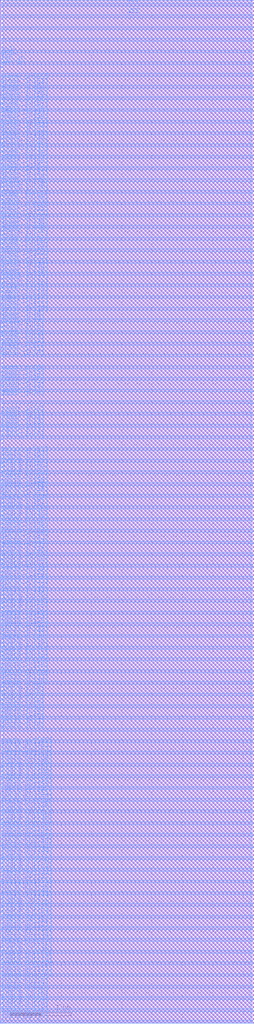
<source format=lef>
VERSION 5.7 ;
BUSBITCHARS "[]" ;
MACRO fakeregfile_128x64_upper
  FOREIGN fakeregfile_128x64_upper 0 0 ;
  SYMMETRY X Y R90 ;
  SIZE 8.360 BY 33.600 ;
  CLASS BLOCK ;
  PIN rdata_out[0]
    DIRECTION OUTPUT ;
    USE SIGNAL ;
    SHAPE ABUTMENT ;
    PORT
      LAYER M4_m ;
      RECT 0.000 0.048 0.024 0.072 ;
    END
  END rdata_out[0]
  PIN rdata_out[1]
    DIRECTION OUTPUT ;
    USE SIGNAL ;
    SHAPE ABUTMENT ;
    PORT
      LAYER M4_m ;
      RECT 0.000 0.192 0.024 0.216 ;
    END
  END rdata_out[1]
  PIN rdata_out[2]
    DIRECTION OUTPUT ;
    USE SIGNAL ;
    SHAPE ABUTMENT ;
    PORT
      LAYER M4_m ;
      RECT 0.000 0.336 0.024 0.360 ;
    END
  END rdata_out[2]
  PIN rdata_out[3]
    DIRECTION OUTPUT ;
    USE SIGNAL ;
    SHAPE ABUTMENT ;
    PORT
      LAYER M4_m ;
      RECT 0.000 0.480 0.024 0.504 ;
    END
  END rdata_out[3]
  PIN rdata_out[4]
    DIRECTION OUTPUT ;
    USE SIGNAL ;
    SHAPE ABUTMENT ;
    PORT
      LAYER M4_m ;
      RECT 0.000 0.624 0.024 0.648 ;
    END
  END rdata_out[4]
  PIN rdata_out[5]
    DIRECTION OUTPUT ;
    USE SIGNAL ;
    SHAPE ABUTMENT ;
    PORT
      LAYER M4_m ;
      RECT 0.000 0.768 0.024 0.792 ;
    END
  END rdata_out[5]
  PIN rdata_out[6]
    DIRECTION OUTPUT ;
    USE SIGNAL ;
    SHAPE ABUTMENT ;
    PORT
      LAYER M4_m ;
      RECT 0.000 0.912 0.024 0.936 ;
    END
  END rdata_out[6]
  PIN rdata_out[7]
    DIRECTION OUTPUT ;
    USE SIGNAL ;
    SHAPE ABUTMENT ;
    PORT
      LAYER M4_m ;
      RECT 0.000 1.056 0.024 1.080 ;
    END
  END rdata_out[7]
  PIN rdata_out[8]
    DIRECTION OUTPUT ;
    USE SIGNAL ;
    SHAPE ABUTMENT ;
    PORT
      LAYER M4_m ;
      RECT 0.000 1.200 0.024 1.224 ;
    END
  END rdata_out[8]
  PIN rdata_out[9]
    DIRECTION OUTPUT ;
    USE SIGNAL ;
    SHAPE ABUTMENT ;
    PORT
      LAYER M4_m ;
      RECT 0.000 1.344 0.024 1.368 ;
    END
  END rdata_out[9]
  PIN rdata_out[10]
    DIRECTION OUTPUT ;
    USE SIGNAL ;
    SHAPE ABUTMENT ;
    PORT
      LAYER M4_m ;
      RECT 0.000 1.488 0.024 1.512 ;
    END
  END rdata_out[10]
  PIN rdata_out[11]
    DIRECTION OUTPUT ;
    USE SIGNAL ;
    SHAPE ABUTMENT ;
    PORT
      LAYER M4_m ;
      RECT 0.000 1.632 0.024 1.656 ;
    END
  END rdata_out[11]
  PIN rdata_out[12]
    DIRECTION OUTPUT ;
    USE SIGNAL ;
    SHAPE ABUTMENT ;
    PORT
      LAYER M4_m ;
      RECT 0.000 1.776 0.024 1.800 ;
    END
  END rdata_out[12]
  PIN rdata_out[13]
    DIRECTION OUTPUT ;
    USE SIGNAL ;
    SHAPE ABUTMENT ;
    PORT
      LAYER M4_m ;
      RECT 0.000 1.920 0.024 1.944 ;
    END
  END rdata_out[13]
  PIN rdata_out[14]
    DIRECTION OUTPUT ;
    USE SIGNAL ;
    SHAPE ABUTMENT ;
    PORT
      LAYER M4_m ;
      RECT 0.000 2.064 0.024 2.088 ;
    END
  END rdata_out[14]
  PIN rdata_out[15]
    DIRECTION OUTPUT ;
    USE SIGNAL ;
    SHAPE ABUTMENT ;
    PORT
      LAYER M4_m ;
      RECT 0.000 2.208 0.024 2.232 ;
    END
  END rdata_out[15]
  PIN rdata_out[16]
    DIRECTION OUTPUT ;
    USE SIGNAL ;
    SHAPE ABUTMENT ;
    PORT
      LAYER M4_m ;
      RECT 0.000 2.352 0.024 2.376 ;
    END
  END rdata_out[16]
  PIN rdata_out[17]
    DIRECTION OUTPUT ;
    USE SIGNAL ;
    SHAPE ABUTMENT ;
    PORT
      LAYER M4_m ;
      RECT 0.000 2.496 0.024 2.520 ;
    END
  END rdata_out[17]
  PIN rdata_out[18]
    DIRECTION OUTPUT ;
    USE SIGNAL ;
    SHAPE ABUTMENT ;
    PORT
      LAYER M4_m ;
      RECT 0.000 2.640 0.024 2.664 ;
    END
  END rdata_out[18]
  PIN rdata_out[19]
    DIRECTION OUTPUT ;
    USE SIGNAL ;
    SHAPE ABUTMENT ;
    PORT
      LAYER M4_m ;
      RECT 0.000 2.784 0.024 2.808 ;
    END
  END rdata_out[19]
  PIN rdata_out[20]
    DIRECTION OUTPUT ;
    USE SIGNAL ;
    SHAPE ABUTMENT ;
    PORT
      LAYER M4_m ;
      RECT 0.000 2.928 0.024 2.952 ;
    END
  END rdata_out[20]
  PIN rdata_out[21]
    DIRECTION OUTPUT ;
    USE SIGNAL ;
    SHAPE ABUTMENT ;
    PORT
      LAYER M4_m ;
      RECT 0.000 3.072 0.024 3.096 ;
    END
  END rdata_out[21]
  PIN rdata_out[22]
    DIRECTION OUTPUT ;
    USE SIGNAL ;
    SHAPE ABUTMENT ;
    PORT
      LAYER M4_m ;
      RECT 0.000 3.216 0.024 3.240 ;
    END
  END rdata_out[22]
  PIN rdata_out[23]
    DIRECTION OUTPUT ;
    USE SIGNAL ;
    SHAPE ABUTMENT ;
    PORT
      LAYER M4_m ;
      RECT 0.000 3.360 0.024 3.384 ;
    END
  END rdata_out[23]
  PIN rdata_out[24]
    DIRECTION OUTPUT ;
    USE SIGNAL ;
    SHAPE ABUTMENT ;
    PORT
      LAYER M4_m ;
      RECT 0.000 3.504 0.024 3.528 ;
    END
  END rdata_out[24]
  PIN rdata_out[25]
    DIRECTION OUTPUT ;
    USE SIGNAL ;
    SHAPE ABUTMENT ;
    PORT
      LAYER M4_m ;
      RECT 0.000 3.648 0.024 3.672 ;
    END
  END rdata_out[25]
  PIN rdata_out[26]
    DIRECTION OUTPUT ;
    USE SIGNAL ;
    SHAPE ABUTMENT ;
    PORT
      LAYER M4_m ;
      RECT 0.000 3.792 0.024 3.816 ;
    END
  END rdata_out[26]
  PIN rdata_out[27]
    DIRECTION OUTPUT ;
    USE SIGNAL ;
    SHAPE ABUTMENT ;
    PORT
      LAYER M4_m ;
      RECT 0.000 3.936 0.024 3.960 ;
    END
  END rdata_out[27]
  PIN rdata_out[28]
    DIRECTION OUTPUT ;
    USE SIGNAL ;
    SHAPE ABUTMENT ;
    PORT
      LAYER M4_m ;
      RECT 0.000 4.080 0.024 4.104 ;
    END
  END rdata_out[28]
  PIN rdata_out[29]
    DIRECTION OUTPUT ;
    USE SIGNAL ;
    SHAPE ABUTMENT ;
    PORT
      LAYER M4_m ;
      RECT 0.000 4.224 0.024 4.248 ;
    END
  END rdata_out[29]
  PIN rdata_out[30]
    DIRECTION OUTPUT ;
    USE SIGNAL ;
    SHAPE ABUTMENT ;
    PORT
      LAYER M4_m ;
      RECT 0.000 4.368 0.024 4.392 ;
    END
  END rdata_out[30]
  PIN rdata_out[31]
    DIRECTION OUTPUT ;
    USE SIGNAL ;
    SHAPE ABUTMENT ;
    PORT
      LAYER M4_m ;
      RECT 0.000 4.512 0.024 4.536 ;
    END
  END rdata_out[31]
  PIN rdata_out[32]
    DIRECTION OUTPUT ;
    USE SIGNAL ;
    SHAPE ABUTMENT ;
    PORT
      LAYER M4_m ;
      RECT 0.000 4.656 0.024 4.680 ;
    END
  END rdata_out[32]
  PIN rdata_out[33]
    DIRECTION OUTPUT ;
    USE SIGNAL ;
    SHAPE ABUTMENT ;
    PORT
      LAYER M4_m ;
      RECT 0.000 4.800 0.024 4.824 ;
    END
  END rdata_out[33]
  PIN rdata_out[34]
    DIRECTION OUTPUT ;
    USE SIGNAL ;
    SHAPE ABUTMENT ;
    PORT
      LAYER M4_m ;
      RECT 0.000 4.944 0.024 4.968 ;
    END
  END rdata_out[34]
  PIN rdata_out[35]
    DIRECTION OUTPUT ;
    USE SIGNAL ;
    SHAPE ABUTMENT ;
    PORT
      LAYER M4_m ;
      RECT 0.000 5.088 0.024 5.112 ;
    END
  END rdata_out[35]
  PIN rdata_out[36]
    DIRECTION OUTPUT ;
    USE SIGNAL ;
    SHAPE ABUTMENT ;
    PORT
      LAYER M4_m ;
      RECT 0.000 5.232 0.024 5.256 ;
    END
  END rdata_out[36]
  PIN rdata_out[37]
    DIRECTION OUTPUT ;
    USE SIGNAL ;
    SHAPE ABUTMENT ;
    PORT
      LAYER M4_m ;
      RECT 0.000 5.376 0.024 5.400 ;
    END
  END rdata_out[37]
  PIN rdata_out[38]
    DIRECTION OUTPUT ;
    USE SIGNAL ;
    SHAPE ABUTMENT ;
    PORT
      LAYER M4_m ;
      RECT 0.000 5.520 0.024 5.544 ;
    END
  END rdata_out[38]
  PIN rdata_out[39]
    DIRECTION OUTPUT ;
    USE SIGNAL ;
    SHAPE ABUTMENT ;
    PORT
      LAYER M4_m ;
      RECT 0.000 5.664 0.024 5.688 ;
    END
  END rdata_out[39]
  PIN rdata_out[40]
    DIRECTION OUTPUT ;
    USE SIGNAL ;
    SHAPE ABUTMENT ;
    PORT
      LAYER M4_m ;
      RECT 0.000 5.808 0.024 5.832 ;
    END
  END rdata_out[40]
  PIN rdata_out[41]
    DIRECTION OUTPUT ;
    USE SIGNAL ;
    SHAPE ABUTMENT ;
    PORT
      LAYER M4_m ;
      RECT 0.000 5.952 0.024 5.976 ;
    END
  END rdata_out[41]
  PIN rdata_out[42]
    DIRECTION OUTPUT ;
    USE SIGNAL ;
    SHAPE ABUTMENT ;
    PORT
      LAYER M4_m ;
      RECT 0.000 6.096 0.024 6.120 ;
    END
  END rdata_out[42]
  PIN rdata_out[43]
    DIRECTION OUTPUT ;
    USE SIGNAL ;
    SHAPE ABUTMENT ;
    PORT
      LAYER M4_m ;
      RECT 0.000 6.240 0.024 6.264 ;
    END
  END rdata_out[43]
  PIN rdata_out[44]
    DIRECTION OUTPUT ;
    USE SIGNAL ;
    SHAPE ABUTMENT ;
    PORT
      LAYER M4_m ;
      RECT 0.000 6.384 0.024 6.408 ;
    END
  END rdata_out[44]
  PIN rdata_out[45]
    DIRECTION OUTPUT ;
    USE SIGNAL ;
    SHAPE ABUTMENT ;
    PORT
      LAYER M4_m ;
      RECT 0.000 6.528 0.024 6.552 ;
    END
  END rdata_out[45]
  PIN rdata_out[46]
    DIRECTION OUTPUT ;
    USE SIGNAL ;
    SHAPE ABUTMENT ;
    PORT
      LAYER M4_m ;
      RECT 0.000 6.672 0.024 6.696 ;
    END
  END rdata_out[46]
  PIN rdata_out[47]
    DIRECTION OUTPUT ;
    USE SIGNAL ;
    SHAPE ABUTMENT ;
    PORT
      LAYER M4_m ;
      RECT 0.000 6.816 0.024 6.840 ;
    END
  END rdata_out[47]
  PIN rdata_out[48]
    DIRECTION OUTPUT ;
    USE SIGNAL ;
    SHAPE ABUTMENT ;
    PORT
      LAYER M4_m ;
      RECT 0.000 6.960 0.024 6.984 ;
    END
  END rdata_out[48]
  PIN rdata_out[49]
    DIRECTION OUTPUT ;
    USE SIGNAL ;
    SHAPE ABUTMENT ;
    PORT
      LAYER M4_m ;
      RECT 0.000 7.104 0.024 7.128 ;
    END
  END rdata_out[49]
  PIN rdata_out[50]
    DIRECTION OUTPUT ;
    USE SIGNAL ;
    SHAPE ABUTMENT ;
    PORT
      LAYER M4_m ;
      RECT 0.000 7.248 0.024 7.272 ;
    END
  END rdata_out[50]
  PIN rdata_out[51]
    DIRECTION OUTPUT ;
    USE SIGNAL ;
    SHAPE ABUTMENT ;
    PORT
      LAYER M4_m ;
      RECT 0.000 7.392 0.024 7.416 ;
    END
  END rdata_out[51]
  PIN rdata_out[52]
    DIRECTION OUTPUT ;
    USE SIGNAL ;
    SHAPE ABUTMENT ;
    PORT
      LAYER M4_m ;
      RECT 0.000 7.536 0.024 7.560 ;
    END
  END rdata_out[52]
  PIN rdata_out[53]
    DIRECTION OUTPUT ;
    USE SIGNAL ;
    SHAPE ABUTMENT ;
    PORT
      LAYER M4_m ;
      RECT 0.000 7.680 0.024 7.704 ;
    END
  END rdata_out[53]
  PIN rdata_out[54]
    DIRECTION OUTPUT ;
    USE SIGNAL ;
    SHAPE ABUTMENT ;
    PORT
      LAYER M4_m ;
      RECT 0.000 7.824 0.024 7.848 ;
    END
  END rdata_out[54]
  PIN rdata_out[55]
    DIRECTION OUTPUT ;
    USE SIGNAL ;
    SHAPE ABUTMENT ;
    PORT
      LAYER M4_m ;
      RECT 0.000 7.968 0.024 7.992 ;
    END
  END rdata_out[55]
  PIN rdata_out[56]
    DIRECTION OUTPUT ;
    USE SIGNAL ;
    SHAPE ABUTMENT ;
    PORT
      LAYER M4_m ;
      RECT 0.000 8.112 0.024 8.136 ;
    END
  END rdata_out[56]
  PIN rdata_out[57]
    DIRECTION OUTPUT ;
    USE SIGNAL ;
    SHAPE ABUTMENT ;
    PORT
      LAYER M4_m ;
      RECT 0.000 8.256 0.024 8.280 ;
    END
  END rdata_out[57]
  PIN rdata_out[58]
    DIRECTION OUTPUT ;
    USE SIGNAL ;
    SHAPE ABUTMENT ;
    PORT
      LAYER M4_m ;
      RECT 0.000 8.400 0.024 8.424 ;
    END
  END rdata_out[58]
  PIN rdata_out[59]
    DIRECTION OUTPUT ;
    USE SIGNAL ;
    SHAPE ABUTMENT ;
    PORT
      LAYER M4_m ;
      RECT 0.000 8.544 0.024 8.568 ;
    END
  END rdata_out[59]
  PIN rdata_out[60]
    DIRECTION OUTPUT ;
    USE SIGNAL ;
    SHAPE ABUTMENT ;
    PORT
      LAYER M4_m ;
      RECT 0.000 8.688 0.024 8.712 ;
    END
  END rdata_out[60]
  PIN rdata_out[61]
    DIRECTION OUTPUT ;
    USE SIGNAL ;
    SHAPE ABUTMENT ;
    PORT
      LAYER M4_m ;
      RECT 0.000 8.832 0.024 8.856 ;
    END
  END rdata_out[61]
  PIN rdata_out[62]
    DIRECTION OUTPUT ;
    USE SIGNAL ;
    SHAPE ABUTMENT ;
    PORT
      LAYER M4_m ;
      RECT 0.000 8.976 0.024 9.000 ;
    END
  END rdata_out[62]
  PIN rdata_out[63]
    DIRECTION OUTPUT ;
    USE SIGNAL ;
    SHAPE ABUTMENT ;
    PORT
      LAYER M4_m ;
      RECT 0.000 9.120 0.024 9.144 ;
    END
  END rdata_out[63]
  PIN wdata_in[0]
    DIRECTION INPUT ;
    USE SIGNAL ;
    SHAPE ABUTMENT ;
    PORT
      LAYER M4_m ;
      RECT 0.000 9.600 0.024 9.624 ;
    END
  END wdata_in[0]
  PIN wdata_in[1]
    DIRECTION INPUT ;
    USE SIGNAL ;
    SHAPE ABUTMENT ;
    PORT
      LAYER M4_m ;
      RECT 0.000 9.744 0.024 9.768 ;
    END
  END wdata_in[1]
  PIN wdata_in[2]
    DIRECTION INPUT ;
    USE SIGNAL ;
    SHAPE ABUTMENT ;
    PORT
      LAYER M4_m ;
      RECT 0.000 9.888 0.024 9.912 ;
    END
  END wdata_in[2]
  PIN wdata_in[3]
    DIRECTION INPUT ;
    USE SIGNAL ;
    SHAPE ABUTMENT ;
    PORT
      LAYER M4_m ;
      RECT 0.000 10.032 0.024 10.056 ;
    END
  END wdata_in[3]
  PIN wdata_in[4]
    DIRECTION INPUT ;
    USE SIGNAL ;
    SHAPE ABUTMENT ;
    PORT
      LAYER M4_m ;
      RECT 0.000 10.176 0.024 10.200 ;
    END
  END wdata_in[4]
  PIN wdata_in[5]
    DIRECTION INPUT ;
    USE SIGNAL ;
    SHAPE ABUTMENT ;
    PORT
      LAYER M4_m ;
      RECT 0.000 10.320 0.024 10.344 ;
    END
  END wdata_in[5]
  PIN wdata_in[6]
    DIRECTION INPUT ;
    USE SIGNAL ;
    SHAPE ABUTMENT ;
    PORT
      LAYER M4_m ;
      RECT 0.000 10.464 0.024 10.488 ;
    END
  END wdata_in[6]
  PIN wdata_in[7]
    DIRECTION INPUT ;
    USE SIGNAL ;
    SHAPE ABUTMENT ;
    PORT
      LAYER M4_m ;
      RECT 0.000 10.608 0.024 10.632 ;
    END
  END wdata_in[7]
  PIN wdata_in[8]
    DIRECTION INPUT ;
    USE SIGNAL ;
    SHAPE ABUTMENT ;
    PORT
      LAYER M4_m ;
      RECT 0.000 10.752 0.024 10.776 ;
    END
  END wdata_in[8]
  PIN wdata_in[9]
    DIRECTION INPUT ;
    USE SIGNAL ;
    SHAPE ABUTMENT ;
    PORT
      LAYER M4_m ;
      RECT 0.000 10.896 0.024 10.920 ;
    END
  END wdata_in[9]
  PIN wdata_in[10]
    DIRECTION INPUT ;
    USE SIGNAL ;
    SHAPE ABUTMENT ;
    PORT
      LAYER M4_m ;
      RECT 0.000 11.040 0.024 11.064 ;
    END
  END wdata_in[10]
  PIN wdata_in[11]
    DIRECTION INPUT ;
    USE SIGNAL ;
    SHAPE ABUTMENT ;
    PORT
      LAYER M4_m ;
      RECT 0.000 11.184 0.024 11.208 ;
    END
  END wdata_in[11]
  PIN wdata_in[12]
    DIRECTION INPUT ;
    USE SIGNAL ;
    SHAPE ABUTMENT ;
    PORT
      LAYER M4_m ;
      RECT 0.000 11.328 0.024 11.352 ;
    END
  END wdata_in[12]
  PIN wdata_in[13]
    DIRECTION INPUT ;
    USE SIGNAL ;
    SHAPE ABUTMENT ;
    PORT
      LAYER M4_m ;
      RECT 0.000 11.472 0.024 11.496 ;
    END
  END wdata_in[13]
  PIN wdata_in[14]
    DIRECTION INPUT ;
    USE SIGNAL ;
    SHAPE ABUTMENT ;
    PORT
      LAYER M4_m ;
      RECT 0.000 11.616 0.024 11.640 ;
    END
  END wdata_in[14]
  PIN wdata_in[15]
    DIRECTION INPUT ;
    USE SIGNAL ;
    SHAPE ABUTMENT ;
    PORT
      LAYER M4_m ;
      RECT 0.000 11.760 0.024 11.784 ;
    END
  END wdata_in[15]
  PIN wdata_in[16]
    DIRECTION INPUT ;
    USE SIGNAL ;
    SHAPE ABUTMENT ;
    PORT
      LAYER M4_m ;
      RECT 0.000 11.904 0.024 11.928 ;
    END
  END wdata_in[16]
  PIN wdata_in[17]
    DIRECTION INPUT ;
    USE SIGNAL ;
    SHAPE ABUTMENT ;
    PORT
      LAYER M4_m ;
      RECT 0.000 12.048 0.024 12.072 ;
    END
  END wdata_in[17]
  PIN wdata_in[18]
    DIRECTION INPUT ;
    USE SIGNAL ;
    SHAPE ABUTMENT ;
    PORT
      LAYER M4_m ;
      RECT 0.000 12.192 0.024 12.216 ;
    END
  END wdata_in[18]
  PIN wdata_in[19]
    DIRECTION INPUT ;
    USE SIGNAL ;
    SHAPE ABUTMENT ;
    PORT
      LAYER M4_m ;
      RECT 0.000 12.336 0.024 12.360 ;
    END
  END wdata_in[19]
  PIN wdata_in[20]
    DIRECTION INPUT ;
    USE SIGNAL ;
    SHAPE ABUTMENT ;
    PORT
      LAYER M4_m ;
      RECT 0.000 12.480 0.024 12.504 ;
    END
  END wdata_in[20]
  PIN wdata_in[21]
    DIRECTION INPUT ;
    USE SIGNAL ;
    SHAPE ABUTMENT ;
    PORT
      LAYER M4_m ;
      RECT 0.000 12.624 0.024 12.648 ;
    END
  END wdata_in[21]
  PIN wdata_in[22]
    DIRECTION INPUT ;
    USE SIGNAL ;
    SHAPE ABUTMENT ;
    PORT
      LAYER M4_m ;
      RECT 0.000 12.768 0.024 12.792 ;
    END
  END wdata_in[22]
  PIN wdata_in[23]
    DIRECTION INPUT ;
    USE SIGNAL ;
    SHAPE ABUTMENT ;
    PORT
      LAYER M4_m ;
      RECT 0.000 12.912 0.024 12.936 ;
    END
  END wdata_in[23]
  PIN wdata_in[24]
    DIRECTION INPUT ;
    USE SIGNAL ;
    SHAPE ABUTMENT ;
    PORT
      LAYER M4_m ;
      RECT 0.000 13.056 0.024 13.080 ;
    END
  END wdata_in[24]
  PIN wdata_in[25]
    DIRECTION INPUT ;
    USE SIGNAL ;
    SHAPE ABUTMENT ;
    PORT
      LAYER M4_m ;
      RECT 0.000 13.200 0.024 13.224 ;
    END
  END wdata_in[25]
  PIN wdata_in[26]
    DIRECTION INPUT ;
    USE SIGNAL ;
    SHAPE ABUTMENT ;
    PORT
      LAYER M4_m ;
      RECT 0.000 13.344 0.024 13.368 ;
    END
  END wdata_in[26]
  PIN wdata_in[27]
    DIRECTION INPUT ;
    USE SIGNAL ;
    SHAPE ABUTMENT ;
    PORT
      LAYER M4_m ;
      RECT 0.000 13.488 0.024 13.512 ;
    END
  END wdata_in[27]
  PIN wdata_in[28]
    DIRECTION INPUT ;
    USE SIGNAL ;
    SHAPE ABUTMENT ;
    PORT
      LAYER M4_m ;
      RECT 0.000 13.632 0.024 13.656 ;
    END
  END wdata_in[28]
  PIN wdata_in[29]
    DIRECTION INPUT ;
    USE SIGNAL ;
    SHAPE ABUTMENT ;
    PORT
      LAYER M4_m ;
      RECT 0.000 13.776 0.024 13.800 ;
    END
  END wdata_in[29]
  PIN wdata_in[30]
    DIRECTION INPUT ;
    USE SIGNAL ;
    SHAPE ABUTMENT ;
    PORT
      LAYER M4_m ;
      RECT 0.000 13.920 0.024 13.944 ;
    END
  END wdata_in[30]
  PIN wdata_in[31]
    DIRECTION INPUT ;
    USE SIGNAL ;
    SHAPE ABUTMENT ;
    PORT
      LAYER M4_m ;
      RECT 0.000 14.064 0.024 14.088 ;
    END
  END wdata_in[31]
  PIN wdata_in[32]
    DIRECTION INPUT ;
    USE SIGNAL ;
    SHAPE ABUTMENT ;
    PORT
      LAYER M4_m ;
      RECT 0.000 14.208 0.024 14.232 ;
    END
  END wdata_in[32]
  PIN wdata_in[33]
    DIRECTION INPUT ;
    USE SIGNAL ;
    SHAPE ABUTMENT ;
    PORT
      LAYER M4_m ;
      RECT 0.000 14.352 0.024 14.376 ;
    END
  END wdata_in[33]
  PIN wdata_in[34]
    DIRECTION INPUT ;
    USE SIGNAL ;
    SHAPE ABUTMENT ;
    PORT
      LAYER M4_m ;
      RECT 0.000 14.496 0.024 14.520 ;
    END
  END wdata_in[34]
  PIN wdata_in[35]
    DIRECTION INPUT ;
    USE SIGNAL ;
    SHAPE ABUTMENT ;
    PORT
      LAYER M4_m ;
      RECT 0.000 14.640 0.024 14.664 ;
    END
  END wdata_in[35]
  PIN wdata_in[36]
    DIRECTION INPUT ;
    USE SIGNAL ;
    SHAPE ABUTMENT ;
    PORT
      LAYER M4_m ;
      RECT 0.000 14.784 0.024 14.808 ;
    END
  END wdata_in[36]
  PIN wdata_in[37]
    DIRECTION INPUT ;
    USE SIGNAL ;
    SHAPE ABUTMENT ;
    PORT
      LAYER M4_m ;
      RECT 0.000 14.928 0.024 14.952 ;
    END
  END wdata_in[37]
  PIN wdata_in[38]
    DIRECTION INPUT ;
    USE SIGNAL ;
    SHAPE ABUTMENT ;
    PORT
      LAYER M4_m ;
      RECT 0.000 15.072 0.024 15.096 ;
    END
  END wdata_in[38]
  PIN wdata_in[39]
    DIRECTION INPUT ;
    USE SIGNAL ;
    SHAPE ABUTMENT ;
    PORT
      LAYER M4_m ;
      RECT 0.000 15.216 0.024 15.240 ;
    END
  END wdata_in[39]
  PIN wdata_in[40]
    DIRECTION INPUT ;
    USE SIGNAL ;
    SHAPE ABUTMENT ;
    PORT
      LAYER M4_m ;
      RECT 0.000 15.360 0.024 15.384 ;
    END
  END wdata_in[40]
  PIN wdata_in[41]
    DIRECTION INPUT ;
    USE SIGNAL ;
    SHAPE ABUTMENT ;
    PORT
      LAYER M4_m ;
      RECT 0.000 15.504 0.024 15.528 ;
    END
  END wdata_in[41]
  PIN wdata_in[42]
    DIRECTION INPUT ;
    USE SIGNAL ;
    SHAPE ABUTMENT ;
    PORT
      LAYER M4_m ;
      RECT 0.000 15.648 0.024 15.672 ;
    END
  END wdata_in[42]
  PIN wdata_in[43]
    DIRECTION INPUT ;
    USE SIGNAL ;
    SHAPE ABUTMENT ;
    PORT
      LAYER M4_m ;
      RECT 0.000 15.792 0.024 15.816 ;
    END
  END wdata_in[43]
  PIN wdata_in[44]
    DIRECTION INPUT ;
    USE SIGNAL ;
    SHAPE ABUTMENT ;
    PORT
      LAYER M4_m ;
      RECT 0.000 15.936 0.024 15.960 ;
    END
  END wdata_in[44]
  PIN wdata_in[45]
    DIRECTION INPUT ;
    USE SIGNAL ;
    SHAPE ABUTMENT ;
    PORT
      LAYER M4_m ;
      RECT 0.000 16.080 0.024 16.104 ;
    END
  END wdata_in[45]
  PIN wdata_in[46]
    DIRECTION INPUT ;
    USE SIGNAL ;
    SHAPE ABUTMENT ;
    PORT
      LAYER M4_m ;
      RECT 0.000 16.224 0.024 16.248 ;
    END
  END wdata_in[46]
  PIN wdata_in[47]
    DIRECTION INPUT ;
    USE SIGNAL ;
    SHAPE ABUTMENT ;
    PORT
      LAYER M4_m ;
      RECT 0.000 16.368 0.024 16.392 ;
    END
  END wdata_in[47]
  PIN wdata_in[48]
    DIRECTION INPUT ;
    USE SIGNAL ;
    SHAPE ABUTMENT ;
    PORT
      LAYER M4_m ;
      RECT 0.000 16.512 0.024 16.536 ;
    END
  END wdata_in[48]
  PIN wdata_in[49]
    DIRECTION INPUT ;
    USE SIGNAL ;
    SHAPE ABUTMENT ;
    PORT
      LAYER M4_m ;
      RECT 0.000 16.656 0.024 16.680 ;
    END
  END wdata_in[49]
  PIN wdata_in[50]
    DIRECTION INPUT ;
    USE SIGNAL ;
    SHAPE ABUTMENT ;
    PORT
      LAYER M4_m ;
      RECT 0.000 16.800 0.024 16.824 ;
    END
  END wdata_in[50]
  PIN wdata_in[51]
    DIRECTION INPUT ;
    USE SIGNAL ;
    SHAPE ABUTMENT ;
    PORT
      LAYER M4_m ;
      RECT 0.000 16.944 0.024 16.968 ;
    END
  END wdata_in[51]
  PIN wdata_in[52]
    DIRECTION INPUT ;
    USE SIGNAL ;
    SHAPE ABUTMENT ;
    PORT
      LAYER M4_m ;
      RECT 0.000 17.088 0.024 17.112 ;
    END
  END wdata_in[52]
  PIN wdata_in[53]
    DIRECTION INPUT ;
    USE SIGNAL ;
    SHAPE ABUTMENT ;
    PORT
      LAYER M4_m ;
      RECT 0.000 17.232 0.024 17.256 ;
    END
  END wdata_in[53]
  PIN wdata_in[54]
    DIRECTION INPUT ;
    USE SIGNAL ;
    SHAPE ABUTMENT ;
    PORT
      LAYER M4_m ;
      RECT 0.000 17.376 0.024 17.400 ;
    END
  END wdata_in[54]
  PIN wdata_in[55]
    DIRECTION INPUT ;
    USE SIGNAL ;
    SHAPE ABUTMENT ;
    PORT
      LAYER M4_m ;
      RECT 0.000 17.520 0.024 17.544 ;
    END
  END wdata_in[55]
  PIN wdata_in[56]
    DIRECTION INPUT ;
    USE SIGNAL ;
    SHAPE ABUTMENT ;
    PORT
      LAYER M4_m ;
      RECT 0.000 17.664 0.024 17.688 ;
    END
  END wdata_in[56]
  PIN wdata_in[57]
    DIRECTION INPUT ;
    USE SIGNAL ;
    SHAPE ABUTMENT ;
    PORT
      LAYER M4_m ;
      RECT 0.000 17.808 0.024 17.832 ;
    END
  END wdata_in[57]
  PIN wdata_in[58]
    DIRECTION INPUT ;
    USE SIGNAL ;
    SHAPE ABUTMENT ;
    PORT
      LAYER M4_m ;
      RECT 0.000 17.952 0.024 17.976 ;
    END
  END wdata_in[58]
  PIN wdata_in[59]
    DIRECTION INPUT ;
    USE SIGNAL ;
    SHAPE ABUTMENT ;
    PORT
      LAYER M4_m ;
      RECT 0.000 18.096 0.024 18.120 ;
    END
  END wdata_in[59]
  PIN wdata_in[60]
    DIRECTION INPUT ;
    USE SIGNAL ;
    SHAPE ABUTMENT ;
    PORT
      LAYER M4_m ;
      RECT 0.000 18.240 0.024 18.264 ;
    END
  END wdata_in[60]
  PIN wdata_in[61]
    DIRECTION INPUT ;
    USE SIGNAL ;
    SHAPE ABUTMENT ;
    PORT
      LAYER M4_m ;
      RECT 0.000 18.384 0.024 18.408 ;
    END
  END wdata_in[61]
  PIN wdata_in[62]
    DIRECTION INPUT ;
    USE SIGNAL ;
    SHAPE ABUTMENT ;
    PORT
      LAYER M4_m ;
      RECT 0.000 18.528 0.024 18.552 ;
    END
  END wdata_in[62]
  PIN wdata_in[63]
    DIRECTION INPUT ;
    USE SIGNAL ;
    SHAPE ABUTMENT ;
    PORT
      LAYER M4_m ;
      RECT 0.000 18.672 0.024 18.696 ;
    END
  END wdata_in[63]
  PIN raddr_in[0]
    DIRECTION INPUT ;
    USE SIGNAL ;
    SHAPE ABUTMENT ;
    PORT
      LAYER M4_m ;
      RECT 0.000 19.152 0.024 19.176 ;
    END
  END raddr_in[0]
  PIN raddr_in[1]
    DIRECTION INPUT ;
    USE SIGNAL ;
    SHAPE ABUTMENT ;
    PORT
      LAYER M4_m ;
      RECT 0.000 19.296 0.024 19.320 ;
    END
  END raddr_in[1]
  PIN raddr_in[2]
    DIRECTION INPUT ;
    USE SIGNAL ;
    SHAPE ABUTMENT ;
    PORT
      LAYER M4_m ;
      RECT 0.000 19.440 0.024 19.464 ;
    END
  END raddr_in[2]
  PIN raddr_in[3]
    DIRECTION INPUT ;
    USE SIGNAL ;
    SHAPE ABUTMENT ;
    PORT
      LAYER M4_m ;
      RECT 0.000 19.584 0.024 19.608 ;
    END
  END raddr_in[3]
  PIN raddr_in[4]
    DIRECTION INPUT ;
    USE SIGNAL ;
    SHAPE ABUTMENT ;
    PORT
      LAYER M4_m ;
      RECT 0.000 19.728 0.024 19.752 ;
    END
  END raddr_in[4]
  PIN raddr_in[5]
    DIRECTION INPUT ;
    USE SIGNAL ;
    SHAPE ABUTMENT ;
    PORT
      LAYER M4_m ;
      RECT 0.000 19.872 0.024 19.896 ;
    END
  END raddr_in[5]
  PIN raddr_in[6]
    DIRECTION INPUT ;
    USE SIGNAL ;
    SHAPE ABUTMENT ;
    PORT
      LAYER M4_m ;
      RECT 0.000 20.016 0.024 20.040 ;
    END
  END raddr_in[6]
  PIN waddr_in[0]
    DIRECTION INPUT ;
    USE SIGNAL ;
    SHAPE ABUTMENT ;
    PORT
      LAYER M4_m ;
      RECT 0.000 20.496 0.024 20.520 ;
    END
  END waddr_in[0]
  PIN waddr_in[1]
    DIRECTION INPUT ;
    USE SIGNAL ;
    SHAPE ABUTMENT ;
    PORT
      LAYER M4_m ;
      RECT 0.000 20.640 0.024 20.664 ;
    END
  END waddr_in[1]
  PIN waddr_in[2]
    DIRECTION INPUT ;
    USE SIGNAL ;
    SHAPE ABUTMENT ;
    PORT
      LAYER M4_m ;
      RECT 0.000 20.784 0.024 20.808 ;
    END
  END waddr_in[2]
  PIN waddr_in[3]
    DIRECTION INPUT ;
    USE SIGNAL ;
    SHAPE ABUTMENT ;
    PORT
      LAYER M4_m ;
      RECT 0.000 20.928 0.024 20.952 ;
    END
  END waddr_in[3]
  PIN waddr_in[4]
    DIRECTION INPUT ;
    USE SIGNAL ;
    SHAPE ABUTMENT ;
    PORT
      LAYER M4_m ;
      RECT 0.000 21.072 0.024 21.096 ;
    END
  END waddr_in[4]
  PIN waddr_in[5]
    DIRECTION INPUT ;
    USE SIGNAL ;
    SHAPE ABUTMENT ;
    PORT
      LAYER M4_m ;
      RECT 0.000 21.216 0.024 21.240 ;
    END
  END waddr_in[5]
  PIN waddr_in[6]
    DIRECTION INPUT ;
    USE SIGNAL ;
    SHAPE ABUTMENT ;
    PORT
      LAYER M4_m ;
      RECT 0.000 21.360 0.024 21.384 ;
    END
  END waddr_in[6]
  PIN wmask_in[0]
    DIRECTION INPUT ;
    USE SIGNAL ;
    SHAPE ABUTMENT ;
    PORT
      LAYER M4_m ;
      RECT 0.000 21.840 0.024 21.864 ;
    END
  END wmask_in[0]
  PIN wmask_in[1]
    DIRECTION INPUT ;
    USE SIGNAL ;
    SHAPE ABUTMENT ;
    PORT
      LAYER M4_m ;
      RECT 0.000 21.984 0.024 22.008 ;
    END
  END wmask_in[1]
  PIN wmask_in[2]
    DIRECTION INPUT ;
    USE SIGNAL ;
    SHAPE ABUTMENT ;
    PORT
      LAYER M4_m ;
      RECT 0.000 22.128 0.024 22.152 ;
    END
  END wmask_in[2]
  PIN wmask_in[3]
    DIRECTION INPUT ;
    USE SIGNAL ;
    SHAPE ABUTMENT ;
    PORT
      LAYER M4_m ;
      RECT 0.000 22.272 0.024 22.296 ;
    END
  END wmask_in[3]
  PIN wmask_in[4]
    DIRECTION INPUT ;
    USE SIGNAL ;
    SHAPE ABUTMENT ;
    PORT
      LAYER M4_m ;
      RECT 0.000 22.416 0.024 22.440 ;
    END
  END wmask_in[4]
  PIN wmask_in[5]
    DIRECTION INPUT ;
    USE SIGNAL ;
    SHAPE ABUTMENT ;
    PORT
      LAYER M4_m ;
      RECT 0.000 22.560 0.024 22.584 ;
    END
  END wmask_in[5]
  PIN wmask_in[6]
    DIRECTION INPUT ;
    USE SIGNAL ;
    SHAPE ABUTMENT ;
    PORT
      LAYER M4_m ;
      RECT 0.000 22.704 0.024 22.728 ;
    END
  END wmask_in[6]
  PIN wmask_in[7]
    DIRECTION INPUT ;
    USE SIGNAL ;
    SHAPE ABUTMENT ;
    PORT
      LAYER M4_m ;
      RECT 0.000 22.848 0.024 22.872 ;
    END
  END wmask_in[7]
  PIN wmask_in[8]
    DIRECTION INPUT ;
    USE SIGNAL ;
    SHAPE ABUTMENT ;
    PORT
      LAYER M4_m ;
      RECT 0.000 22.992 0.024 23.016 ;
    END
  END wmask_in[8]
  PIN wmask_in[9]
    DIRECTION INPUT ;
    USE SIGNAL ;
    SHAPE ABUTMENT ;
    PORT
      LAYER M4_m ;
      RECT 0.000 23.136 0.024 23.160 ;
    END
  END wmask_in[9]
  PIN wmask_in[10]
    DIRECTION INPUT ;
    USE SIGNAL ;
    SHAPE ABUTMENT ;
    PORT
      LAYER M4_m ;
      RECT 0.000 23.280 0.024 23.304 ;
    END
  END wmask_in[10]
  PIN wmask_in[11]
    DIRECTION INPUT ;
    USE SIGNAL ;
    SHAPE ABUTMENT ;
    PORT
      LAYER M4_m ;
      RECT 0.000 23.424 0.024 23.448 ;
    END
  END wmask_in[11]
  PIN wmask_in[12]
    DIRECTION INPUT ;
    USE SIGNAL ;
    SHAPE ABUTMENT ;
    PORT
      LAYER M4_m ;
      RECT 0.000 23.568 0.024 23.592 ;
    END
  END wmask_in[12]
  PIN wmask_in[13]
    DIRECTION INPUT ;
    USE SIGNAL ;
    SHAPE ABUTMENT ;
    PORT
      LAYER M4_m ;
      RECT 0.000 23.712 0.024 23.736 ;
    END
  END wmask_in[13]
  PIN wmask_in[14]
    DIRECTION INPUT ;
    USE SIGNAL ;
    SHAPE ABUTMENT ;
    PORT
      LAYER M4_m ;
      RECT 0.000 23.856 0.024 23.880 ;
    END
  END wmask_in[14]
  PIN wmask_in[15]
    DIRECTION INPUT ;
    USE SIGNAL ;
    SHAPE ABUTMENT ;
    PORT
      LAYER M4_m ;
      RECT 0.000 24.000 0.024 24.024 ;
    END
  END wmask_in[15]
  PIN wmask_in[16]
    DIRECTION INPUT ;
    USE SIGNAL ;
    SHAPE ABUTMENT ;
    PORT
      LAYER M4_m ;
      RECT 0.000 24.144 0.024 24.168 ;
    END
  END wmask_in[16]
  PIN wmask_in[17]
    DIRECTION INPUT ;
    USE SIGNAL ;
    SHAPE ABUTMENT ;
    PORT
      LAYER M4_m ;
      RECT 0.000 24.288 0.024 24.312 ;
    END
  END wmask_in[17]
  PIN wmask_in[18]
    DIRECTION INPUT ;
    USE SIGNAL ;
    SHAPE ABUTMENT ;
    PORT
      LAYER M4_m ;
      RECT 0.000 24.432 0.024 24.456 ;
    END
  END wmask_in[18]
  PIN wmask_in[19]
    DIRECTION INPUT ;
    USE SIGNAL ;
    SHAPE ABUTMENT ;
    PORT
      LAYER M4_m ;
      RECT 0.000 24.576 0.024 24.600 ;
    END
  END wmask_in[19]
  PIN wmask_in[20]
    DIRECTION INPUT ;
    USE SIGNAL ;
    SHAPE ABUTMENT ;
    PORT
      LAYER M4_m ;
      RECT 0.000 24.720 0.024 24.744 ;
    END
  END wmask_in[20]
  PIN wmask_in[21]
    DIRECTION INPUT ;
    USE SIGNAL ;
    SHAPE ABUTMENT ;
    PORT
      LAYER M4_m ;
      RECT 0.000 24.864 0.024 24.888 ;
    END
  END wmask_in[21]
  PIN wmask_in[22]
    DIRECTION INPUT ;
    USE SIGNAL ;
    SHAPE ABUTMENT ;
    PORT
      LAYER M4_m ;
      RECT 0.000 25.008 0.024 25.032 ;
    END
  END wmask_in[22]
  PIN wmask_in[23]
    DIRECTION INPUT ;
    USE SIGNAL ;
    SHAPE ABUTMENT ;
    PORT
      LAYER M4_m ;
      RECT 0.000 25.152 0.024 25.176 ;
    END
  END wmask_in[23]
  PIN wmask_in[24]
    DIRECTION INPUT ;
    USE SIGNAL ;
    SHAPE ABUTMENT ;
    PORT
      LAYER M4_m ;
      RECT 0.000 25.296 0.024 25.320 ;
    END
  END wmask_in[24]
  PIN wmask_in[25]
    DIRECTION INPUT ;
    USE SIGNAL ;
    SHAPE ABUTMENT ;
    PORT
      LAYER M4_m ;
      RECT 0.000 25.440 0.024 25.464 ;
    END
  END wmask_in[25]
  PIN wmask_in[26]
    DIRECTION INPUT ;
    USE SIGNAL ;
    SHAPE ABUTMENT ;
    PORT
      LAYER M4_m ;
      RECT 0.000 25.584 0.024 25.608 ;
    END
  END wmask_in[26]
  PIN wmask_in[27]
    DIRECTION INPUT ;
    USE SIGNAL ;
    SHAPE ABUTMENT ;
    PORT
      LAYER M4_m ;
      RECT 0.000 25.728 0.024 25.752 ;
    END
  END wmask_in[27]
  PIN wmask_in[28]
    DIRECTION INPUT ;
    USE SIGNAL ;
    SHAPE ABUTMENT ;
    PORT
      LAYER M4_m ;
      RECT 0.000 25.872 0.024 25.896 ;
    END
  END wmask_in[28]
  PIN wmask_in[29]
    DIRECTION INPUT ;
    USE SIGNAL ;
    SHAPE ABUTMENT ;
    PORT
      LAYER M4_m ;
      RECT 0.000 26.016 0.024 26.040 ;
    END
  END wmask_in[29]
  PIN wmask_in[30]
    DIRECTION INPUT ;
    USE SIGNAL ;
    SHAPE ABUTMENT ;
    PORT
      LAYER M4_m ;
      RECT 0.000 26.160 0.024 26.184 ;
    END
  END wmask_in[30]
  PIN wmask_in[31]
    DIRECTION INPUT ;
    USE SIGNAL ;
    SHAPE ABUTMENT ;
    PORT
      LAYER M4_m ;
      RECT 0.000 26.304 0.024 26.328 ;
    END
  END wmask_in[31]
  PIN wmask_in[32]
    DIRECTION INPUT ;
    USE SIGNAL ;
    SHAPE ABUTMENT ;
    PORT
      LAYER M4_m ;
      RECT 0.000 26.448 0.024 26.472 ;
    END
  END wmask_in[32]
  PIN wmask_in[33]
    DIRECTION INPUT ;
    USE SIGNAL ;
    SHAPE ABUTMENT ;
    PORT
      LAYER M4_m ;
      RECT 0.000 26.592 0.024 26.616 ;
    END
  END wmask_in[33]
  PIN wmask_in[34]
    DIRECTION INPUT ;
    USE SIGNAL ;
    SHAPE ABUTMENT ;
    PORT
      LAYER M4_m ;
      RECT 0.000 26.736 0.024 26.760 ;
    END
  END wmask_in[34]
  PIN wmask_in[35]
    DIRECTION INPUT ;
    USE SIGNAL ;
    SHAPE ABUTMENT ;
    PORT
      LAYER M4_m ;
      RECT 0.000 26.880 0.024 26.904 ;
    END
  END wmask_in[35]
  PIN wmask_in[36]
    DIRECTION INPUT ;
    USE SIGNAL ;
    SHAPE ABUTMENT ;
    PORT
      LAYER M4_m ;
      RECT 0.000 27.024 0.024 27.048 ;
    END
  END wmask_in[36]
  PIN wmask_in[37]
    DIRECTION INPUT ;
    USE SIGNAL ;
    SHAPE ABUTMENT ;
    PORT
      LAYER M4_m ;
      RECT 0.000 27.168 0.024 27.192 ;
    END
  END wmask_in[37]
  PIN wmask_in[38]
    DIRECTION INPUT ;
    USE SIGNAL ;
    SHAPE ABUTMENT ;
    PORT
      LAYER M4_m ;
      RECT 0.000 27.312 0.024 27.336 ;
    END
  END wmask_in[38]
  PIN wmask_in[39]
    DIRECTION INPUT ;
    USE SIGNAL ;
    SHAPE ABUTMENT ;
    PORT
      LAYER M4_m ;
      RECT 0.000 27.456 0.024 27.480 ;
    END
  END wmask_in[39]
  PIN wmask_in[40]
    DIRECTION INPUT ;
    USE SIGNAL ;
    SHAPE ABUTMENT ;
    PORT
      LAYER M4_m ;
      RECT 0.000 27.600 0.024 27.624 ;
    END
  END wmask_in[40]
  PIN wmask_in[41]
    DIRECTION INPUT ;
    USE SIGNAL ;
    SHAPE ABUTMENT ;
    PORT
      LAYER M4_m ;
      RECT 0.000 27.744 0.024 27.768 ;
    END
  END wmask_in[41]
  PIN wmask_in[42]
    DIRECTION INPUT ;
    USE SIGNAL ;
    SHAPE ABUTMENT ;
    PORT
      LAYER M4_m ;
      RECT 0.000 27.888 0.024 27.912 ;
    END
  END wmask_in[42]
  PIN wmask_in[43]
    DIRECTION INPUT ;
    USE SIGNAL ;
    SHAPE ABUTMENT ;
    PORT
      LAYER M4_m ;
      RECT 0.000 28.032 0.024 28.056 ;
    END
  END wmask_in[43]
  PIN wmask_in[44]
    DIRECTION INPUT ;
    USE SIGNAL ;
    SHAPE ABUTMENT ;
    PORT
      LAYER M4_m ;
      RECT 0.000 28.176 0.024 28.200 ;
    END
  END wmask_in[44]
  PIN wmask_in[45]
    DIRECTION INPUT ;
    USE SIGNAL ;
    SHAPE ABUTMENT ;
    PORT
      LAYER M4_m ;
      RECT 0.000 28.320 0.024 28.344 ;
    END
  END wmask_in[45]
  PIN wmask_in[46]
    DIRECTION INPUT ;
    USE SIGNAL ;
    SHAPE ABUTMENT ;
    PORT
      LAYER M4_m ;
      RECT 0.000 28.464 0.024 28.488 ;
    END
  END wmask_in[46]
  PIN wmask_in[47]
    DIRECTION INPUT ;
    USE SIGNAL ;
    SHAPE ABUTMENT ;
    PORT
      LAYER M4_m ;
      RECT 0.000 28.608 0.024 28.632 ;
    END
  END wmask_in[47]
  PIN wmask_in[48]
    DIRECTION INPUT ;
    USE SIGNAL ;
    SHAPE ABUTMENT ;
    PORT
      LAYER M4_m ;
      RECT 0.000 28.752 0.024 28.776 ;
    END
  END wmask_in[48]
  PIN wmask_in[49]
    DIRECTION INPUT ;
    USE SIGNAL ;
    SHAPE ABUTMENT ;
    PORT
      LAYER M4_m ;
      RECT 0.000 28.896 0.024 28.920 ;
    END
  END wmask_in[49]
  PIN wmask_in[50]
    DIRECTION INPUT ;
    USE SIGNAL ;
    SHAPE ABUTMENT ;
    PORT
      LAYER M4_m ;
      RECT 0.000 29.040 0.024 29.064 ;
    END
  END wmask_in[50]
  PIN wmask_in[51]
    DIRECTION INPUT ;
    USE SIGNAL ;
    SHAPE ABUTMENT ;
    PORT
      LAYER M4_m ;
      RECT 0.000 29.184 0.024 29.208 ;
    END
  END wmask_in[51]
  PIN wmask_in[52]
    DIRECTION INPUT ;
    USE SIGNAL ;
    SHAPE ABUTMENT ;
    PORT
      LAYER M4_m ;
      RECT 0.000 29.328 0.024 29.352 ;
    END
  END wmask_in[52]
  PIN wmask_in[53]
    DIRECTION INPUT ;
    USE SIGNAL ;
    SHAPE ABUTMENT ;
    PORT
      LAYER M4_m ;
      RECT 0.000 29.472 0.024 29.496 ;
    END
  END wmask_in[53]
  PIN wmask_in[54]
    DIRECTION INPUT ;
    USE SIGNAL ;
    SHAPE ABUTMENT ;
    PORT
      LAYER M4_m ;
      RECT 0.000 29.616 0.024 29.640 ;
    END
  END wmask_in[54]
  PIN wmask_in[55]
    DIRECTION INPUT ;
    USE SIGNAL ;
    SHAPE ABUTMENT ;
    PORT
      LAYER M4_m ;
      RECT 0.000 29.760 0.024 29.784 ;
    END
  END wmask_in[55]
  PIN wmask_in[56]
    DIRECTION INPUT ;
    USE SIGNAL ;
    SHAPE ABUTMENT ;
    PORT
      LAYER M4_m ;
      RECT 0.000 29.904 0.024 29.928 ;
    END
  END wmask_in[56]
  PIN wmask_in[57]
    DIRECTION INPUT ;
    USE SIGNAL ;
    SHAPE ABUTMENT ;
    PORT
      LAYER M4_m ;
      RECT 0.000 30.048 0.024 30.072 ;
    END
  END wmask_in[57]
  PIN wmask_in[58]
    DIRECTION INPUT ;
    USE SIGNAL ;
    SHAPE ABUTMENT ;
    PORT
      LAYER M4_m ;
      RECT 0.000 30.192 0.024 30.216 ;
    END
  END wmask_in[58]
  PIN wmask_in[59]
    DIRECTION INPUT ;
    USE SIGNAL ;
    SHAPE ABUTMENT ;
    PORT
      LAYER M4_m ;
      RECT 0.000 30.336 0.024 30.360 ;
    END
  END wmask_in[59]
  PIN wmask_in[60]
    DIRECTION INPUT ;
    USE SIGNAL ;
    SHAPE ABUTMENT ;
    PORT
      LAYER M4_m ;
      RECT 0.000 30.480 0.024 30.504 ;
    END
  END wmask_in[60]
  PIN wmask_in[61]
    DIRECTION INPUT ;
    USE SIGNAL ;
    SHAPE ABUTMENT ;
    PORT
      LAYER M4_m ;
      RECT 0.000 30.624 0.024 30.648 ;
    END
  END wmask_in[61]
  PIN wmask_in[62]
    DIRECTION INPUT ;
    USE SIGNAL ;
    SHAPE ABUTMENT ;
    PORT
      LAYER M4_m ;
      RECT 0.000 30.768 0.024 30.792 ;
    END
  END wmask_in[62]
  PIN wmask_in[63]
    DIRECTION INPUT ;
    USE SIGNAL ;
    SHAPE ABUTMENT ;
    PORT
      LAYER M4_m ;
      RECT 0.000 30.912 0.024 30.936 ;
    END
  END wmask_in[63]
  PIN wen_in
    DIRECTION INPUT ;
    USE SIGNAL ;
    SHAPE ABUTMENT ;
    PORT
      LAYER M4_m ;
      RECT 0.000 31.392 0.024 31.416 ;
    END
  END wen_in
  PIN ren_in
    DIRECTION INPUT ;
    USE SIGNAL ;
    SHAPE ABUTMENT ;
    PORT
      LAYER M4_m ;
      RECT 0.000 31.536 0.024 31.560 ;
    END
  END ren_in
  PIN wclk
    DIRECTION INPUT ;
    USE SIGNAL ;
    SHAPE ABUTMENT ;
    PORT
      LAYER M4_m ;
      RECT 0.000 31.680 0.024 31.704 ;
    END
  END wclk
  PIN rclk
    DIRECTION INPUT ;
    USE SIGNAL ;
    SHAPE ABUTMENT ;
    PORT
      LAYER M4_m ;
      RECT 0.000 31.824 0.024 31.848 ;
    END
  END rclk
  PIN VSS
    DIRECTION INOUT ;
    USE GROUND ;
    PORT
      LAYER M4_m ;
      RECT 0.048 0.000 8.312 0.096 ;
      RECT 0.048 0.768 8.312 0.864 ;
      RECT 0.048 1.536 8.312 1.632 ;
      RECT 0.048 2.304 8.312 2.400 ;
      RECT 0.048 3.072 8.312 3.168 ;
      RECT 0.048 3.840 8.312 3.936 ;
      RECT 0.048 4.608 8.312 4.704 ;
      RECT 0.048 5.376 8.312 5.472 ;
      RECT 0.048 6.144 8.312 6.240 ;
      RECT 0.048 6.912 8.312 7.008 ;
      RECT 0.048 7.680 8.312 7.776 ;
      RECT 0.048 8.448 8.312 8.544 ;
      RECT 0.048 9.216 8.312 9.312 ;
      RECT 0.048 9.984 8.312 10.080 ;
      RECT 0.048 10.752 8.312 10.848 ;
      RECT 0.048 11.520 8.312 11.616 ;
      RECT 0.048 12.288 8.312 12.384 ;
      RECT 0.048 13.056 8.312 13.152 ;
      RECT 0.048 13.824 8.312 13.920 ;
      RECT 0.048 14.592 8.312 14.688 ;
      RECT 0.048 15.360 8.312 15.456 ;
      RECT 0.048 16.128 8.312 16.224 ;
      RECT 0.048 16.896 8.312 16.992 ;
      RECT 0.048 17.664 8.312 17.760 ;
      RECT 0.048 18.432 8.312 18.528 ;
      RECT 0.048 19.200 8.312 19.296 ;
      RECT 0.048 19.968 8.312 20.064 ;
      RECT 0.048 20.736 8.312 20.832 ;
      RECT 0.048 21.504 8.312 21.600 ;
      RECT 0.048 22.272 8.312 22.368 ;
      RECT 0.048 23.040 8.312 23.136 ;
      RECT 0.048 23.808 8.312 23.904 ;
      RECT 0.048 24.576 8.312 24.672 ;
      RECT 0.048 25.344 8.312 25.440 ;
      RECT 0.048 26.112 8.312 26.208 ;
      RECT 0.048 26.880 8.312 26.976 ;
      RECT 0.048 27.648 8.312 27.744 ;
      RECT 0.048 28.416 8.312 28.512 ;
      RECT 0.048 29.184 8.312 29.280 ;
      RECT 0.048 29.952 8.312 30.048 ;
      RECT 0.048 30.720 8.312 30.816 ;
      RECT 0.048 31.488 8.312 31.584 ;
      RECT 0.048 32.256 8.312 32.352 ;
      RECT 0.048 33.024 8.312 33.120 ;
    END
  END VSS
  PIN VDD
    DIRECTION INOUT ;
    USE POWER ;
    PORT
      LAYER M4_m ;
      RECT 0.048 0.384 8.312 0.480 ;
      RECT 0.048 1.152 8.312 1.248 ;
      RECT 0.048 1.920 8.312 2.016 ;
      RECT 0.048 2.688 8.312 2.784 ;
      RECT 0.048 3.456 8.312 3.552 ;
      RECT 0.048 4.224 8.312 4.320 ;
      RECT 0.048 4.992 8.312 5.088 ;
      RECT 0.048 5.760 8.312 5.856 ;
      RECT 0.048 6.528 8.312 6.624 ;
      RECT 0.048 7.296 8.312 7.392 ;
      RECT 0.048 8.064 8.312 8.160 ;
      RECT 0.048 8.832 8.312 8.928 ;
      RECT 0.048 9.600 8.312 9.696 ;
      RECT 0.048 10.368 8.312 10.464 ;
      RECT 0.048 11.136 8.312 11.232 ;
      RECT 0.048 11.904 8.312 12.000 ;
      RECT 0.048 12.672 8.312 12.768 ;
      RECT 0.048 13.440 8.312 13.536 ;
      RECT 0.048 14.208 8.312 14.304 ;
      RECT 0.048 14.976 8.312 15.072 ;
      RECT 0.048 15.744 8.312 15.840 ;
      RECT 0.048 16.512 8.312 16.608 ;
      RECT 0.048 17.280 8.312 17.376 ;
      RECT 0.048 18.048 8.312 18.144 ;
      RECT 0.048 18.816 8.312 18.912 ;
      RECT 0.048 19.584 8.312 19.680 ;
      RECT 0.048 20.352 8.312 20.448 ;
      RECT 0.048 21.120 8.312 21.216 ;
      RECT 0.048 21.888 8.312 21.984 ;
      RECT 0.048 22.656 8.312 22.752 ;
      RECT 0.048 23.424 8.312 23.520 ;
      RECT 0.048 24.192 8.312 24.288 ;
      RECT 0.048 24.960 8.312 25.056 ;
      RECT 0.048 25.728 8.312 25.824 ;
      RECT 0.048 26.496 8.312 26.592 ;
      RECT 0.048 27.264 8.312 27.360 ;
      RECT 0.048 28.032 8.312 28.128 ;
      RECT 0.048 28.800 8.312 28.896 ;
      RECT 0.048 29.568 8.312 29.664 ;
      RECT 0.048 30.336 8.312 30.432 ;
      RECT 0.048 31.104 8.312 31.200 ;
      RECT 0.048 31.872 8.312 31.968 ;
      RECT 0.048 32.640 8.312 32.736 ;
      RECT 0.048 33.408 8.312 33.504 ;
    END
  END VDD
  OBS
    LAYER M1_m ;
    RECT 0 0 8.360 33.600 ;
    LAYER M2_m ;
    RECT 0 0 8.360 33.600 ;
    LAYER M3_m ;
    RECT 0 0 8.360 33.600 ;
    LAYER M4_m ;
    RECT 0.1 0 8.260 33.600 ;
  END
END fakeregfile_128x64_upper

END LIBRARY

</source>
